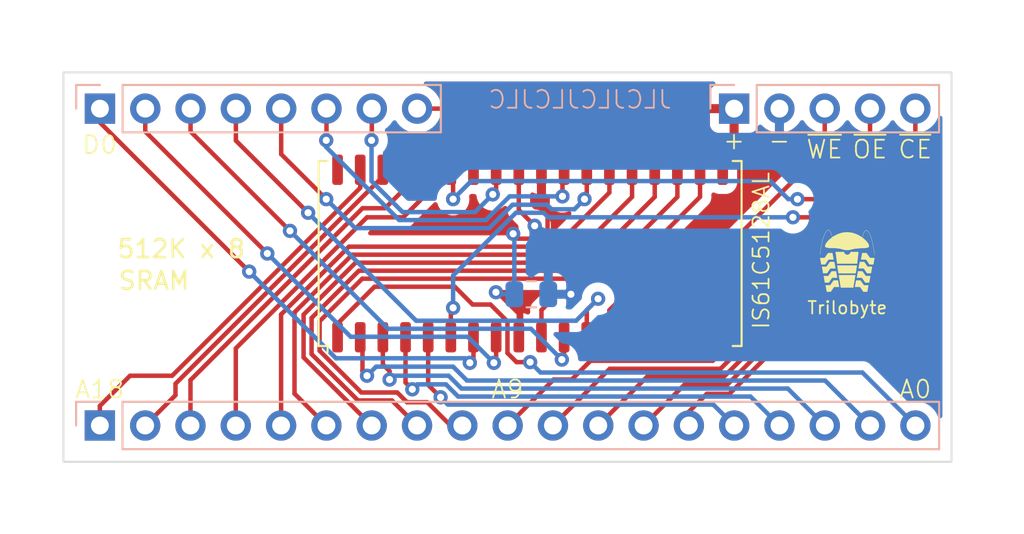
<source format=kicad_pcb>
(kicad_pcb (version 20211014) (generator pcbnew)
  (layers (0 "F.Cu" signal) (31 "B.Cu" signal) (34 "B.Paste" user) (35 "F.Paste" user) (36 "B.SilkS" user "B.Silkscreen") (37 "F.SilkS" user "F.Silkscreen") (38 "B.Mask" user) (39 "F.Mask" user) (44 "Edge.Cuts" user))
  (net 0 "")
  (net 1 "/A18")
  (net 2 "/A17")
  (net 3 "/A16")
  (net 4 "/A15")
  (net 5 "/A14")
  (net 6 "/A13")
  (net 7 "/A12")
  (net 8 "/A11")
  (net 9 "/A10")
  (net 10 "/A9")
  (net 11 "/A8")
  (net 12 "/A7")
  (net 13 "/A6")
  (net 14 "/A5")
  (net 15 "/A4")
  (net 16 "/A3")
  (net 17 "/A2")
  (net 18 "/A1")
  (net 20 "/A0")
  (net 21 "VCC")
  (net 22 "GND")
  (net 23 "/~{WE}")
  (net 24 "/~{OE}")
  (net 25 "/~{CE}")
  (net 26 "/D0")
  (net 27 "/D1")
  (net 28 "/D2")
  (net 29 "/D3")
  (net 30 "/D4")
  (net 31 "/D5")
  (net 32 "/D6")
  (net 33 "/D7")
  (footprint "Package_SO:SOJ-36_10.16x23.49mm_P1.27mm" (layer "F.Cu") (at 143.002 114.808 90)
    (fp_text reference "U1" hide)
    (fp_text value "IS61C5128AL-10KLI" hide)
    (pad "1" smd roundrect locked (at -4.7 -10.795 90) (size 1.7 0.6) (layers "F.Cu" "F.Paste" "F.Mask") (net 20 "/A0"))
    (pad "2" smd roundrect locked (at -4.7 -9.525 90) (size 1.7 0.6) (layers "F.Cu" "F.Paste" "F.Mask") (net 18 "/A1"))
    (pad "3" smd roundrect locked (at -4.7 -8.255 90) (size 1.7 0.6) (layers "F.Cu" "F.Paste" "F.Mask") (net 17 "/A2"))
    (pad "4" smd roundrect locked (at -4.7 -6.985 90) (size 1.7 0.6) (layers "F.Cu" "F.Paste" "F.Mask") (net 16 "/A3"))
    (pad "5" smd roundrect locked (at -4.7 -5.715 90) (size 1.7 0.6) (layers "F.Cu" "F.Paste" "F.Mask") (net 15 "/A4"))
    (pad "6" smd roundrect locked (at -4.7 -4.445 90) (size 1.7 0.6) (layers "F.Cu" "F.Paste" "F.Mask") (net 25 "/~{CE}"))
    (pad "7" smd roundrect locked (at -4.7 -3.175 90) (size 1.7 0.6) (layers "F.Cu" "F.Paste" "F.Mask") (net 26 "/D0"))
    (pad "8" smd roundrect locked (at -4.7 -1.905 90) (size 1.7 0.6) (layers "F.Cu" "F.Paste" "F.Mask") (net 27 "/D1"))
    (pad "9" smd roundrect locked (at -4.7 -0.635 90) (size 1.7 0.6) (layers "F.Cu" "F.Paste" "F.Mask") (net 21 "VCC"))
    (pad "10" smd roundrect locked (at -4.7 0.635 90) (size 1.7 0.6) (layers "F.Cu" "F.Paste" "F.Mask") (net 22 "GND"))
    (pad "11" smd roundrect locked (at -4.7 1.905 90) (size 1.7 0.6) (layers "F.Cu" "F.Paste" "F.Mask") (net 28 "/D2"))
    (pad "12" smd roundrect locked (at -4.7 3.175 90) (size 1.7 0.6) (layers "F.Cu" "F.Paste" "F.Mask") (net 29 "/D3"))
    (pad "13" smd roundrect locked (at -4.7 4.445 90) (size 1.7 0.6) (layers "F.Cu" "F.Paste" "F.Mask") (net 23 "/~{WE}"))
    (pad "14" smd roundrect locked (at -4.7 5.715 90) (size 1.7 0.6) (layers "F.Cu" "F.Paste" "F.Mask") (net 14 "/A5"))
    (pad "15" smd roundrect locked (at -4.7 6.985 90) (size 1.7 0.6) (layers "F.Cu" "F.Paste" "F.Mask") (net 13 "/A6"))
    (pad "16" smd roundrect locked (at -4.7 8.255 90) (size 1.7 0.6) (layers "F.Cu" "F.Paste" "F.Mask") (net 12 "/A7"))
    (pad "17" smd roundrect locked (at -4.7 9.525 90) (size 1.7 0.6) (layers "F.Cu" "F.Paste" "F.Mask") (net 11 "/A8"))
    (pad "18" smd roundrect locked (at -4.7 10.795 90) (size 1.7 0.6) (layers "F.Cu" "F.Paste" "F.Mask") (net 10 "/A9"))
    (pad "19" smd roundrect locked (at 4.7 10.795 90) (size 1.7 0.6) (layers "F.Cu" "F.Paste" "F.Mask"))
    (pad "20" smd roundrect locked (at 4.7 9.525 90) (size 1.7 0.6) (layers "F.Cu" "F.Paste" "F.Mask") (net 9 "/A10"))
    (pad "21" smd roundrect locked (at 4.7 8.255 90) (size 1.7 0.6) (layers "F.Cu" "F.Paste" "F.Mask") (net 8 "/A11"))
    (pad "22" smd roundrect locked (at 4.7 6.985 90) (size 1.7 0.6) (layers "F.Cu" "F.Paste" "F.Mask") (net 7 "/A12"))
    (pad "23" smd roundrect locked (at 4.7 5.715 90) (size 1.7 0.6) (layers "F.Cu" "F.Paste" "F.Mask") (net 6 "/A13"))
    (pad "24" smd roundrect locked (at 4.7 4.445 90) (size 1.7 0.6) (layers "F.Cu" "F.Paste" "F.Mask") (net 5 "/A14"))
    (pad "25" smd roundrect locked (at 4.7 3.175 90) (size 1.7 0.6) (layers "F.Cu" "F.Paste" "F.Mask") (net 30 "/D4"))
    (pad "26" smd roundrect locked (at 4.7 1.905 90) (size 1.7 0.6) (layers "F.Cu" "F.Paste" "F.Mask") (net 31 "/D5"))
    (pad "27" smd roundrect locked (at 4.7 0.635 90) (size 1.7 0.6) (layers "F.Cu" "F.Paste" "F.Mask") (net 21 "VCC"))
    (pad "28" smd roundrect locked (at 4.7 -0.635 90) (size 1.7 0.6) (layers "F.Cu" "F.Paste" "F.Mask") (net 22 "GND"))
    (pad "29" smd roundrect locked (at 4.7 -1.905 90) (size 1.7 0.6) (layers "F.Cu" "F.Paste" "F.Mask") (net 32 "/D6"))
    (pad "30" smd roundrect locked (at 4.7 -3.175 90) (size 1.7 0.6) (layers "F.Cu" "F.Paste" "F.Mask") (net 33 "/D7"))
    (pad "31" smd roundrect locked (at 4.7 -4.445 90) (size 1.7 0.6) (layers "F.Cu" "F.Paste" "F.Mask") (net 24 "/~{OE}"))
    (pad "32" smd roundrect locked (at 4.7 -5.715 90) (size 1.7 0.6) (layers "F.Cu" "F.Paste" "F.Mask") (net 4 "/A15"))
    (pad "33" smd roundrect locked (at 4.7 -6.985 90) (size 1.7 0.6) (layers "F.Cu" "F.Paste" "F.Mask") (net 3 "/A16"))
    (pad "34" smd roundrect locked (at 4.7 -8.255 90) (size 1.7 0.6) (layers "F.Cu" "F.Paste" "F.Mask") (net 2 "/A17"))
    (pad "35" smd roundrect locked (at 4.7 -9.525 90) (size 1.7 0.6) (layers "F.Cu" "F.Paste" "F.Mask") (net 1 "/A18"))
    (pad "36" smd roundrect locked (at 4.7 -10.795 90) (size 1.7 0.6) (layers "F.Cu" "F.Paste" "F.Mask"))
  )
  (footprint "Stephenv6:trilobyte-logo-tiny" (layer "F.Cu") (at 160.772 109.350558)
    (fp_text reference "REF**" hide)
    (fp_text value "trilobyte-logo-tiny" hide)
  )
  (footprint "Connector_PinHeader_2.54mm:PinHeader_1x08_P2.54mm_Vertical" (layer "B.Cu") (at 118.887 106.68 -90)
    (fp_text reference "J3" hide)
    (fp_text value "Conn_01x08" hide)
    (pad "1" thru_hole rect locked (at 0 0 270) (size 1.7 1.7) (drill 1) (layers *.Cu *.Mask) (net 26 "/D0"))
    (pad "2" thru_hole oval locked (at 0 -2.54 270) (size 1.7 1.7) (drill 1) (layers *.Cu *.Mask) (net 27 "/D1"))
    (pad "3" thru_hole oval locked (at 0 -5.08 270) (size 1.7 1.7) (drill 1) (layers *.Cu *.Mask) (net 28 "/D2"))
    (pad "4" thru_hole oval locked (at 0 -7.62 270) (size 1.7 1.7) (drill 1) (layers *.Cu *.Mask) (net 29 "/D3"))
    (pad "5" thru_hole oval locked (at 0 -10.16 270) (size 1.7 1.7) (drill 1) (layers *.Cu *.Mask) (net 30 "/D4"))
    (pad "6" thru_hole oval locked (at 0 -12.7 270) (size 1.7 1.7) (drill 1) (layers *.Cu *.Mask) (net 31 "/D5"))
    (pad "7" thru_hole oval locked (at 0 -15.24 270) (size 1.7 1.7) (drill 1) (layers *.Cu *.Mask) (net 32 "/D6"))
    (pad "8" thru_hole oval locked (at 0 -17.78 270) (size 1.7 1.7) (drill 1) (layers *.Cu *.Mask) (net 33 "/D7"))
  )
  (footprint "Connector_PinHeader_2.54mm:PinHeader_1x19_P2.54mm_Vertical" (layer "B.Cu") (at 118.882 124.46 -90)
    (fp_text reference "J1" hide)
    (fp_text value "Conn_01x19" hide)
    (pad "1" thru_hole rect locked (at 0 0 270) (size 1.7 1.7) (drill 1) (layers *.Cu *.Mask) (net 1 "/A18"))
    (pad "2" thru_hole oval locked (at 0 -2.54 270) (size 1.7 1.7) (drill 1) (layers *.Cu *.Mask) (net 2 "/A17"))
    (pad "3" thru_hole oval locked (at 0 -5.08 270) (size 1.7 1.7) (drill 1) (layers *.Cu *.Mask) (net 3 "/A16"))
    (pad "4" thru_hole oval locked (at 0 -7.62 270) (size 1.7 1.7) (drill 1) (layers *.Cu *.Mask) (net 4 "/A15"))
    (pad "5" thru_hole oval locked (at 0 -10.16 270) (size 1.7 1.7) (drill 1) (layers *.Cu *.Mask) (net 5 "/A14"))
    (pad "6" thru_hole oval locked (at 0 -12.7 270) (size 1.7 1.7) (drill 1) (layers *.Cu *.Mask) (net 6 "/A13"))
    (pad "7" thru_hole oval locked (at 0 -15.24 270) (size 1.7 1.7) (drill 1) (layers *.Cu *.Mask) (net 7 "/A12"))
    (pad "8" thru_hole oval locked (at 0 -17.78 270) (size 1.7 1.7) (drill 1) (layers *.Cu *.Mask) (net 8 "/A11"))
    (pad "9" thru_hole oval locked (at 0 -20.32 270) (size 1.7 1.7) (drill 1) (layers *.Cu *.Mask) (net 9 "/A10"))
    (pad "10" thru_hole oval locked (at 0 -22.86 270) (size 1.7 1.7) (drill 1) (layers *.Cu *.Mask) (net 10 "/A9"))
    (pad "11" thru_hole oval locked (at 0 -25.4 270) (size 1.7 1.7) (drill 1) (layers *.Cu *.Mask) (net 11 "/A8"))
    (pad "12" thru_hole oval locked (at 0 -27.94 270) (size 1.7 1.7) (drill 1) (layers *.Cu *.Mask) (net 12 "/A7"))
    (pad "13" thru_hole oval locked (at 0 -30.48 270) (size 1.7 1.7) (drill 1) (layers *.Cu *.Mask) (net 13 "/A6"))
    (pad "14" thru_hole oval locked (at 0 -33.02 270) (size 1.7 1.7) (drill 1) (layers *.Cu *.Mask) (net 14 "/A5"))
    (pad "15" thru_hole oval locked (at 0 -35.56 270) (size 1.7 1.7) (drill 1) (layers *.Cu *.Mask) (net 15 "/A4"))
    (pad "16" thru_hole oval locked (at 0 -38.1 270) (size 1.7 1.7) (drill 1) (layers *.Cu *.Mask) (net 16 "/A3"))
    (pad "17" thru_hole oval locked (at 0 -40.64 270) (size 1.7 1.7) (drill 1) (layers *.Cu *.Mask) (net 17 "/A2"))
    (pad "18" thru_hole oval locked (at 0 -43.18 270) (size 1.7 1.7) (drill 1) (layers *.Cu *.Mask) (net 18 "/A1"))
    (pad "19" thru_hole oval locked (at 0 -45.72 270) (size 1.7 1.7) (drill 1) (layers *.Cu *.Mask) (net 20 "/A0"))
  )
  (footprint "Capacitor_SMD:C_0805_2012Metric" (layer "B.Cu") (at 143.068 117.094)
    (fp_text reference "C1" hide)
    (fp_text value "C" hide)
    (pad "1" smd roundrect locked (at -0.95 0) (size 1 1.45) (layers "B.Cu" "B.Paste" "B.Mask") (net 21 "VCC"))
    (pad "2" smd roundrect locked (at 0.95 0) (size 1 1.45) (layers "B.Cu" "B.Paste" "B.Mask") (net 22 "GND"))
  )
  (footprint "Connector_PinHeader_2.54mm:PinHeader_1x05_P2.54mm_Vertical" (layer "B.Cu") (at 154.437 106.68 -90)
    (fp_text reference "J2" hide)
    (fp_text value "Conn_01x05" hide)
    (pad "1" thru_hole rect locked (at 0 0 270) (size 1.7 1.7) (drill 1) (layers *.Cu *.Mask) (net 21 "VCC"))
    (pad "2" thru_hole oval locked (at 0 -2.54 270) (size 1.7 1.7) (drill 1) (layers *.Cu *.Mask) (net 22 "GND"))
    (pad "3" thru_hole oval locked (at 0 -5.08 270) (size 1.7 1.7) (drill 1) (layers *.Cu *.Mask) (net 23 "/~{WE}"))
    (pad "4" thru_hole oval locked (at 0 -7.62 270) (size 1.7 1.7) (drill 1) (layers *.Cu *.Mask) (net 24 "/~{OE}"))
    (pad "5" thru_hole oval locked (at 0 -10.16 270) (size 1.7 1.7) (drill 1) (layers *.Cu *.Mask) (net 25 "/~{CE}"))
  )
  (gr_rect (start 116.84 104.648) (end 166.624 126.492) (layer "Edge.Cuts") (width 0.1) (fill none))
  (gr_text "JLCJLCJLCJLC" (at 145.796 106.172) (layer "B.SilkS") (effects (font (size 1 1) (thickness 0.1)) (justify mirror)))
  (gr_text "512K x 8" (at 123.444 114.554) (layer "F.SilkS") (effects (font (size 1 1))))
  (gr_text "Trilobyte" (at 160.782 117.856) (layer "F.SilkS") (effects (font (size 0.7 0.7) (thickness 0.1))))
  (gr_text "A9" (at 141.732 122.428) (layer "F.SilkS") (effects (font (size 1 1) (thickness 0.1))))
  (gr_text "D0" (at 118.872 108.712) (layer "F.SilkS") (effects (font (size 1 1) (thickness 0.1))))
  (gr_text "A0" (at 164.592 122.428) (layer "F.SilkS") (effects (font (size 1 1) (thickness 0.1))))
  (gr_text "-" (at 156.972 108.458) (layer "F.SilkS") (effects (font (size 1 1) (thickness 0.1))))
  (gr_text "~{OE}" (at 162.052 108.966) (layer "F.SilkS") (effects (font (size 1 1) (thickness 0.1))))
  (gr_text "SRAM" (at 121.92 116.332) (layer "F.SilkS") (effects (font (size 1 1))))
  (gr_text "~{WE}" (at 159.512 108.966) (layer "F.SilkS") (effects (font (size 1 1) (thickness 0.1))))
  (gr_text "~{CE}" (at 164.592 108.966) (layer "F.SilkS") (effects (font (size 1 1) (thickness 0.1))))
  (gr_text "IS61C5128AL" (at 155.956 119.126 90) (layer "F.SilkS") (effects (font (size 0.9 0.9) (thickness 0.1)) (justify left)))
  (gr_text "+" (at 154.432 108.458) (layer "F.SilkS") (effects (font (size 1 1) (thickness 0.1))))
  (gr_text "A18" (at 118.872 122.428) (layer "F.SilkS") (effects (font (size 1 1) (thickness 0.1))))
  (segment (start 122.936 121.666) (end 133.477 111.125) (width 0.25) (layer "F.Cu") (net 1))
  (segment (start 118.882 124.46) (end 118.882 123.36) (width 0.25) (layer "F.Cu") (net 1))
  (segment (start 118.882 123.36) (end 120.576 121.666) (width 0.25) (layer "F.Cu") (net 1))
  (segment (start 120.576 121.666) (end 122.936 121.666) (width 0.25) (layer "F.Cu") (net 1))
  (segment (start 133.477 111.125) (end 133.477 110.108) (width 0.25) (layer "F.Cu") (net 1))
  (segment (start 123.122193 122.759807) (end 121.422 124.46) (width 0.25) (layer "F.Cu") (net 2))
  (segment (start 123.122193 122.115511) (end 123.122193 122.759807) (width 0.25) (layer "F.Cu") (net 2))
  (segment (start 134.747 110.490704) (end 123.122193 122.115511) (width 0.25) (layer "F.Cu") (net 2))
  (segment (start 134.747 110.108) (end 134.747 110.490704) (width 0.25) (layer "F.Cu") (net 2))
  (segment (start 134.874 112.268) (end 136.017 111.125) (width 0.25) (layer "F.Cu") (net 3))
  (segment (start 133.605408 112.268) (end 134.874 112.268) (width 0.25) (layer "F.Cu") (net 3))
  (segment (start 136.017 111.125) (end 136.017 110.108) (width 0.25) (layer "F.Cu") (net 3))
  (segment (start 123.962 124.46) (end 123.962 121.911408) (width 0.25) (layer "F.Cu") (net 3))
  (segment (start 123.962 121.911408) (end 133.605408 112.268) (width 0.25) (layer "F.Cu") (net 3))
  (segment (start 137.287 110.108) (end 137.287 111.379) (width 0.25) (layer "F.Cu") (net 4))
  (segment (start 137.287 111.379) (end 135.89 112.776) (width 0.25) (layer "F.Cu") (net 4))
  (segment (start 126.502 120.132) (end 126.502 124.46) (width 0.25) (layer "F.Cu") (net 4))
  (segment (start 135.89 112.776) (end 133.858 112.776) (width 0.25) (layer "F.Cu") (net 4))
  (segment (start 133.858 112.776) (end 126.502 120.132) (width 0.25) (layer "F.Cu") (net 4))
  (segment (start 132.844707 114.424997) (end 144.409603 114.424997) (width 0.25) (layer "F.Cu") (net 5))
  (segment (start 144.409603 114.424997) (end 147.447 111.3876) (width 0.25) (layer "F.Cu") (net 5))
  (segment (start 147.447 111.3876) (end 147.447 110.108) (width 0.25) (layer "F.Cu") (net 5))
  (segment (start 129.042 118.227704) (end 132.844707 114.424997) (width 0.25) (layer "F.Cu") (net 5))
  (segment (start 129.042 124.46) (end 129.042 118.227704) (width 0.25) (layer "F.Cu") (net 5))
  (segment (start 129.794 118.111408) (end 129.794 122.672) (width 0.25) (layer "F.Cu") (net 6))
  (segment (start 129.794 122.672) (end 131.582 124.46) (width 0.25) (layer "F.Cu") (net 6))
  (segment (start 148.717 110.108) (end 148.717 111.633) (width 0.25) (layer "F.Cu") (net 6))
  (segment (start 148.717 111.633) (end 145.475495 114.874505) (width 0.25) (layer "F.Cu") (net 6))
  (segment (start 133.0309 114.874508) (end 129.794 118.111408) (width 0.25) (layer "F.Cu") (net 6))
  (segment (start 145.475495 114.874505) (end 144.595799 114.874505) (width 0.25) (layer "F.Cu") (net 6))
  (segment (start 144.595799 114.874505) (end 144.595796 114.874508) (width 0.25) (layer "F.Cu") (net 6))
  (segment (start 144.595796 114.874508) (end 133.0309 114.874508) (width 0.25) (layer "F.Cu") (net 6))
  (segment (start 133.217093 115.324019) (end 146.295981 115.324019) (width 0.25) (layer "F.Cu") (net 7))
  (segment (start 134.122 124.46) (end 130.302001 120.640001) (width 0.25) (layer "F.Cu") (net 7))
  (segment (start 130.302001 120.640001) (end 130.302001 118.239111) (width 0.25) (layer "F.Cu") (net 7))
  (segment (start 130.302001 118.239111) (end 133.217093 115.324019) (width 0.25) (layer "F.Cu") (net 7))
  (segment (start 146.295981 115.324019) (end 149.987 111.633) (width 0.25) (layer "F.Cu") (net 7))
  (segment (start 149.987 111.633) (end 149.987 110.108) (width 0.25) (layer "F.Cu") (net 7))
  (segment (start 135.258511 123.056511) (end 136.662 124.46) (width 0.25) (layer "F.Cu") (net 8))
  (segment (start 130.751512 120.453808) (end 133.354216 123.056512) (width 0.25) (layer "F.Cu") (net 8))
  (segment (start 147.116473 115.773527) (end 133.403289 115.773527) (width 0.25) (layer "F.Cu") (net 8))
  (segment (start 151.257 111.633) (end 147.116473 115.773527) (width 0.25) (layer "F.Cu") (net 8))
  (segment (start 130.751511 118.425305) (end 130.751512 120.453808) (width 0.25) (layer "F.Cu") (net 8))
  (segment (start 151.257 110.108) (end 151.257 111.633) (width 0.25) (layer "F.Cu") (net 8))
  (segment (start 133.354216 123.056512) (end 135.258511 123.056511) (width 0.25) (layer "F.Cu") (net 8))
  (segment (start 133.403289 115.773527) (end 130.751511 118.425305) (width 0.25) (layer "F.Cu") (net 8))
  (segment (start 152.527 111.633) (end 152.527 110.108) (width 0.25) (layer "F.Cu") (net 9))
  (segment (start 139.202 124.46) (end 138.542341 124.46) (width 0.25) (layer "F.Cu") (net 9))
  (segment (start 133.589479 116.223041) (end 147.936959 116.223041) (width 0.25) (layer "F.Cu") (net 9))
  (segment (start 131.201022 118.611498) (end 133.589479 116.223041) (width 0.25) (layer "F.Cu") (net 9))
  (segment (start 136.097901 123.152501) (end 135.552376 122.606976) (width 0.25) (layer "F.Cu") (net 9))
  (segment (start 135.422045 122.606976) (end 135.42202 122.607001) (width 0.25) (layer "F.Cu") (net 9))
  (segment (start 135.552376 122.606976) (end 135.422045 122.606976) (width 0.25) (layer "F.Cu") (net 9))
  (segment (start 137.234842 123.152501) (end 136.097901 123.152501) (width 0.25) (layer "F.Cu") (net 9))
  (segment (start 138.542341 124.46) (end 137.234842 123.152501) (width 0.25) (layer "F.Cu") (net 9))
  (segment (start 147.936959 116.223041) (end 152.527 111.633) (width 0.25) (layer "F.Cu") (net 9))
  (segment (start 133.540409 122.607001) (end 131.201022 120.267614) (width 0.25) (layer "F.Cu") (net 9))
  (segment (start 131.201022 120.267614) (end 131.201022 118.611498) (width 0.25) (layer "F.Cu") (net 9))
  (segment (start 135.42202 122.607001) (end 133.540409 122.607001) (width 0.25) (layer "F.Cu") (net 9))
  (segment (start 153.797 119.508) (end 153.797 120.269) (width 0.25) (layer "F.Cu") (net 10))
  (segment (start 146.391133 120.825467) (end 145.334099 121.882501) (width 0.25) (layer "F.Cu") (net 10))
  (segment (start 145.334099 121.882501) (end 144.319499 121.882501) (width 0.25) (layer "F.Cu") (net 10))
  (segment (start 153.797 120.269) (end 153.240533 120.825467) (width 0.25) (layer "F.Cu") (net 10))
  (segment (start 153.240533 120.825467) (end 146.391133 120.825467) (width 0.25) (layer "F.Cu") (net 10))
  (segment (start 144.319499 121.882501) (end 141.742 124.46) (width 0.25) (layer "F.Cu") (net 10))
  (segment (start 154.94 120.012888) (end 153.67791 121.274978) (width 0.25) (layer "F.Cu") (net 11))
  (segment (start 152.527 118.745) (end 152.93852 118.33348) (width 0.25) (layer "F.Cu") (net 11))
  (segment (start 153.67791 121.274978) (end 147.467022 121.274978) (width 0.25) (layer "F.Cu") (net 11))
  (segment (start 154.94 118.618) (end 154.94 120.012888) (width 0.25) (layer "F.Cu") (net 11))
  (segment (start 152.93852 118.33348) (end 154.65548 118.33348) (width 0.25) (layer "F.Cu") (net 11))
  (segment (start 152.527 119.508) (end 152.527 118.745) (width 0.25) (layer "F.Cu") (net 11))
  (segment (start 154.65548 118.33348) (end 154.94 118.618) (width 0.25) (layer "F.Cu") (net 11))
  (segment (start 147.467022 121.274978) (end 144.282 124.46) (width 0.25) (layer "F.Cu") (net 11))
  (segment (start 151.257 119.508) (end 151.257 118.745) (width 0.25) (layer "F.Cu") (net 12))
  (segment (start 151.257 118.745) (end 152.118031 117.883969) (width 0.25) (layer "F.Cu") (net 12))
  (segment (start 155.506489 120.082103) (end 153.864103 121.724489) (width 0.25) (layer "F.Cu") (net 12))
  (segment (start 149.557511 121.724489) (end 146.822 124.46) (width 0.25) (layer "F.Cu") (net 12))
  (segment (start 154.966561 117.883969) (end 155.506489 118.423897) (width 0.25) (layer "F.Cu") (net 12))
  (segment (start 153.864103 121.724489) (end 149.557511 121.724489) (width 0.25) (layer "F.Cu") (net 12))
  (segment (start 152.118031 117.883969) (end 154.966561 117.883969) (width 0.25) (layer "F.Cu") (net 12))
  (segment (start 155.506489 118.423897) (end 155.506489 120.082103) (width 0.25) (layer "F.Cu") (net 12))
  (segment (start 151.648 122.174) (end 149.362 124.46) (width 0.25) (layer "F.Cu") (net 13))
  (segment (start 149.987 119.508) (end 149.987 118.491) (width 0.25) (layer "F.Cu") (net 13))
  (segment (start 155.956 118.237704) (end 155.956 120.268296) (width 0.25) (layer "F.Cu") (net 13))
  (segment (start 149.987 118.491) (end 151.043542 117.434458) (width 0.25) (layer "F.Cu") (net 13))
  (segment (start 151.043542 117.434458) (end 155.152754 117.434458) (width 0.25) (layer "F.Cu") (net 13))
  (segment (start 155.956 120.268296) (end 154.050296 122.174) (width 0.25) (layer "F.Cu") (net 13))
  (segment (start 154.050296 122.174) (end 151.648 122.174) (width 0.25) (layer "F.Cu") (net 13))
  (segment (start 155.152754 117.434458) (end 155.956 118.237704) (width 0.25) (layer "F.Cu") (net 13))
  (segment (start 155.338947 116.984947) (end 156.464 118.11) (width 0.25) (layer "F.Cu") (net 14))
  (segment (start 148.717 119.508) (end 148.717 118.491) (width 0.25) (layer "F.Cu") (net 14))
  (segment (start 150.223053 116.984947) (end 155.338947 116.984947) (width 0.25) (layer "F.Cu") (net 14))
  (segment (start 154.178 122.682) (end 152.908 122.682) (width 0.25) (layer "F.Cu") (net 14))
  (segment (start 156.464 118.11) (end 156.464 120.396) (width 0.25) (layer "F.Cu") (net 14))
  (segment (start 148.717 118.491) (end 150.223053 116.984947) (width 0.25) (layer "F.Cu") (net 14))
  (segment (start 151.902 123.688) (end 151.902 124.46) (width 0.25) (layer "F.Cu") (net 14))
  (segment (start 156.464 120.396) (end 154.178 122.682) (width 0.25) (layer "F.Cu") (net 14))
  (segment (start 152.908 122.682) (end 151.902 123.688) (width 0.25) (layer "F.Cu") (net 14))
  (segment (start 137.287 119.508) (end 137.287 122.18006) (width 0.25) (layer "F.Cu") (net 15))
  (segment (start 137.287 122.18006) (end 137.98247 122.87553) (width 0.25) (layer "F.Cu") (net 15))
  (via (at 137.98247 122.87553) (size 0.8) (drill 0.4) (layers "F.Cu" "B.Cu") (net 15))
  (segment (start 153.26749 123.28549) (end 138.392429 123.285489) (width 0.25) (layer "B.Cu") (net 15))
  (segment (start 138.392429 123.285489) (end 137.98247 122.87553) (width 0.25) (layer "B.Cu") (net 15))
  (segment (start 154.442 124.46) (end 153.26749 123.28549) (width 0.25) (layer "B.Cu") (net 15))
  (segment (start 136.017 122.047) (end 136.017 119.508) (width 0.25) (layer "F.Cu") (net 16))
  (segment (start 136.398 122.428) (end 136.017 122.047) (width 0.25) (layer "F.Cu") (net 16))
  (via (at 136.398 122.428) (size 0.8) (drill 0.4) (layers "F.Cu" "B.Cu") (net 16))
  (segment (start 155.357979 122.835979) (end 138.967518 122.835978) (width 0.25) (layer "B.Cu") (net 16))
  (segment (start 136.674971 122.151029) (end 136.398 122.428) (width 0.25) (layer "B.Cu") (net 16))
  (segment (start 138.282569 122.151029) (end 136.674971 122.151029) (width 0.25) (layer "B.Cu") (net 16))
  (segment (start 138.967518 122.835978) (end 138.282569 122.151029) (width 0.25) (layer "B.Cu") (net 16))
  (segment (start 156.982 124.46) (end 155.357979 122.835979) (width 0.25) (layer "B.Cu") (net 16))
  (segment (start 135.121921 121.405921) (end 135.121921 121.8825) (width 0.25) (layer "F.Cu") (net 17))
  (segment (start 134.747 119.508) (end 134.747 121.031) (width 0.25) (layer "F.Cu") (net 17))
  (segment (start 134.747 121.031) (end 135.121921 121.405921) (width 0.25) (layer "F.Cu") (net 17))
  (via (at 135.121921 121.8825) (size 0.8) (drill 0.4) (layers "F.Cu" "B.Cu") (net 17))
  (segment (start 135.338421 121.666) (end 135.121921 121.8825) (width 0.25) (layer "B.Cu") (net 17))
  (segment (start 139.153712 122.386468) (end 138.433244 121.666) (width 0.25) (layer "B.Cu") (net 17))
  (segment (start 157.448468 122.386468) (end 139.153712 122.386468) (width 0.25) (layer "B.Cu") (net 17))
  (segment (start 159.522 124.46) (end 157.448468 122.386468) (width 0.25) (layer "B.Cu") (net 17))
  (segment (start 138.433244 121.666) (end 135.338421 121.666) (width 0.25) (layer "B.Cu") (net 17))
  (segment (start 133.604 119.635) (end 133.477 119.508) (width 0.25) (layer "F.Cu") (net 18))
  (segment (start 133.858 121.666) (end 133.604 121.412) (width 0.25) (layer "F.Cu") (net 18))
  (segment (start 133.604 121.412) (end 133.604 119.635) (width 0.25) (layer "F.Cu") (net 18))
  (via (at 133.858 121.666) (size 0.8) (drill 0.4) (layers "F.Cu" "B.Cu") (net 18))
  (segment (start 162.062 124.46) (end 159.538957 121.936957) (width 0.25) (layer "B.Cu") (net 18))
  (segment (start 134.366 121.158) (end 133.858 121.666) (width 0.25) (layer "B.Cu") (net 18))
  (segment (start 159.538957 121.936957) (end 139.462957 121.936957) (width 0.25) (layer "B.Cu") (net 18))
  (segment (start 139.462957 121.936957) (end 138.684 121.158) (width 0.25) (layer "B.Cu") (net 18))
  (segment (start 138.684 121.158) (end 134.366 121.158) (width 0.25) (layer "B.Cu") (net 18))
  (segment (start 132.207 119.508) (end 132.207 118.745) (width 0.25) (layer "F.Cu") (net 20))
  (segment (start 141.732 118.621928) (end 141.732 120.394072) (width 0.25) (layer "F.Cu") (net 20))
  (segment (start 139.778642 117.672042) (end 140.782114 117.672042) (width 0.25) (layer "F.Cu") (net 20))
  (segment (start 138.779149 116.672549) (end 139.778642 117.672042) (width 0.25) (layer "F.Cu") (net 20))
  (segment (start 140.782114 117.672042) (end 141.732 118.621928) (width 0.25) (layer "F.Cu") (net 20))
  (segment (start 134.279451 116.672549) (end 138.779149 116.672549) (width 0.25) (layer "F.Cu") (net 20))
  (segment (start 141.732 120.394072) (end 142.241928 120.904) (width 0.25) (layer "F.Cu") (net 20))
  (segment (start 132.207 118.745) (end 134.279451 116.672549) (width 0.25) (layer "F.Cu") (net 20))
  (segment (start 142.241928 120.904) (end 143.002 120.904) (width 0.25) (layer "F.Cu") (net 20))
  (via (at 143.002 120.904) (size 0.8) (drill 0.4) (layers "F.Cu" "B.Cu") (net 20))
  (segment (start 161.629446 121.487446) (end 164.602 124.46) (width 0.25) (layer "B.Cu") (net 20))
  (segment (start 143.585446 121.487446) (end 161.629446 121.487446) (width 0.25) (layer "B.Cu") (net 20))
  (segment (start 143.002 120.904) (end 143.585446 121.487446) (width 0.25) (layer "B.Cu") (net 20))
  (segment (start 142.325717 113.975483) (end 143.589117 113.975483) (width 0.25) (layer "F.Cu") (net 21))
  (segment (start 142.050731 113.700497) (end 142.325717 113.975483) (width 0.25) (layer "F.Cu") (net 21))
  (segment (start 141.366911 116.982911) (end 141.085641 116.982911) (width 0.25) (layer "F.Cu") (net 21))
  (segment (start 142.367 119.508) (end 142.367 117.983) (width 0.25) (layer "F.Cu") (net 21))
  (segment (start 143.637 111.379) (end 143.637 110.108) (width 0.25) (layer "F.Cu") (net 21))
  (segment (start 143.980501 111.722501) (end 143.637 111.379) (width 0.25) (layer "F.Cu") (net 21))
  (segment (start 143.980501 113.584099) (end 143.980501 111.722501) (width 0.25) (layer "F.Cu") (net 21))
  (segment (start 143.589117 113.975483) (end 143.980501 113.584099) (width 0.25) (layer "F.Cu") (net 21))
  (segment (start 142.367 117.983) (end 141.366911 116.982911) (width 0.25) (layer "F.Cu") (net 21))
  (via (at 142.050731 113.700497) (size 0.8) (drill 0.4) (layers "F.Cu" "B.Cu") (net 21))
  (via (at 141.085641 116.982911) (size 0.8) (drill 0.4) (layers "F.Cu" "B.Cu") (net 21))
  (segment (start 142.118 117.094) (end 142.118 113.767766) (width 0.25) (layer "B.Cu") (net 21))
  (segment (start 141.19673 117.094) (end 141.085641 116.982911) (width 0.25) (layer "B.Cu") (net 21))
  (segment (start 142.118 113.767766) (end 142.050731 113.700497) (width 0.25) (layer "B.Cu") (net 21))
  (segment (start 142.118 117.094) (end 141.19673 117.094) (width 0.25) (layer "B.Cu") (net 21))
  (segment (start 143.637 119.508) (end 143.637 117.983) (width 0.25) (layer "F.Cu") (net 22))
  (segment (start 142.367 112.361983) (end 143.256 113.250983) (width 0.25) (layer "F.Cu") (net 22))
  (segment (start 142.367 110.108) (end 142.367 112.361983) (width 0.25) (layer "F.Cu") (net 22))
  (segment (start 143.637 117.983) (end 143.764 117.856) (width 0.25) (layer "F.Cu") (net 22))
  (segment (start 144.526 117.094) (end 145.288 117.094) (width 0.25) (layer "F.Cu") (net 22))
  (segment (start 143.764 117.856) (end 144.526 117.094) (width 0.25) (layer "F.Cu") (net 22))
  (via (at 145.288 117.094) (size 0.8) (drill 0.4) (layers "F.Cu" "B.Cu") (net 22))
  (via (at 143.256 113.250983) (size 0.8) (drill 0.4) (layers "F.Cu" "B.Cu") (net 22))
  (segment (start 145.288 117.094) (end 144.018 117.094) (width 0.25) (layer "B.Cu") (net 22))
  (segment (start 144.018 114.012983) (end 143.256 113.250983) (width 0.25) (layer "B.Cu") (net 22))
  (segment (start 144.018 117.094) (end 144.018 114.012983) (width 0.25) (layer "B.Cu") (net 22))
  (segment (start 147.447 117.983) (end 147.447 119.508) (width 0.25) (layer "F.Cu") (net 23))
  (segment (start 159.517 106.68) (end 159.517 108.961) (width 0.25) (layer "F.Cu") (net 23))
  (segment (start 159.517 108.961) (end 152.654 115.824) (width 0.25) (layer "F.Cu") (net 23))
  (segment (start 152.654 115.824) (end 149.606 115.824) (width 0.25) (layer "F.Cu") (net 23))
  (segment (start 149.606 115.824) (end 147.447 117.983) (width 0.25) (layer "F.Cu") (net 23))
  (segment (start 138.684 110.235) (end 138.557 110.108) (width 0.25) (layer "F.Cu") (net 24))
  (segment (start 157.988 111.76) (end 159.512 111.76) (width 0.25) (layer "F.Cu") (net 24))
  (segment (start 162.057 109.215) (end 162.057 106.68) (width 0.25) (layer "F.Cu") (net 24))
  (segment (start 159.512 111.76) (end 162.057 109.215) (width 0.25) (layer "F.Cu") (net 24))
  (segment (start 138.684 111.76) (end 138.684 110.235) (width 0.25) (layer "F.Cu") (net 24))
  (via (at 157.988 111.76) (size 0.8) (drill 0.4) (layers "F.Cu" "B.Cu") (net 24))
  (via (at 138.684 111.76) (size 0.8) (drill 0.4) (layers "F.Cu" "B.Cu") (net 24))
  (segment (start 157.48 111.76) (end 157.988 111.76) (width 0.25) (layer "B.Cu") (net 24))
  (segment (start 157.48 111.76) (end 156.464 110.744) (width 0.25) (layer "B.Cu") (net 24))
  (segment (start 156.464 110.744) (end 139.7 110.744) (width 0.25) (layer "B.Cu") (net 24))
  (segment (start 139.7 110.744) (end 138.684 111.76) (width 0.25) (layer "B.Cu") (net 24))
  (segment (start 164.597 106.68) (end 164.597 108.961) (width 0.25) (layer "F.Cu") (net 25))
  (segment (start 164.597 108.961) (end 160.782 112.776) (width 0.25) (layer "F.Cu") (net 25))
  (segment (start 138.557 117.983) (end 138.684 117.856) (width 0.25) (layer "F.Cu") (net 25))
  (segment (start 160.782 112.776) (end 157.734 112.776) (width 0.25) (layer "F.Cu") (net 25))
  (segment (start 138.557 119.508) (end 138.557 117.983) (width 0.25) (layer "F.Cu") (net 25))
  (via (at 157.734 112.776) (size 0.8) (drill 0.4) (layers "F.Cu" "B.Cu") (net 25))
  (via (at 138.684 117.856) (size 0.8) (drill 0.4) (layers "F.Cu" "B.Cu") (net 25))
  (segment (start 157.734 112.776) (end 144.017999 112.775999) (width 0.25) (layer "B.Cu") (net 25))
  (segment (start 143.764001 112.522001) (end 142.204627 112.522001) (width 0.25) (layer "B.Cu") (net 25))
  (segment (start 138.684 116.042628) (end 138.684 117.856) (width 0.25) (layer "B.Cu") (net 25))
  (segment (start 142.204627 112.522001) (end 138.684 116.042628) (width 0.25) (layer "B.Cu") (net 25))
  (segment (start 144.017999 112.775999) (end 143.764001 112.522001) (width 0.25) (layer "B.Cu") (net 25))
  (segment (start 139.827 119.508) (end 139.827 120.736684) (width 0.25) (layer "F.Cu") (net 26))
  (segment (start 118.887 106.68) (end 118.887 107.457) (width 0.25) (layer "F.Cu") (net 26))
  (segment (start 139.827 120.736684) (end 139.622184 120.9415) (width 0.25) (layer "F.Cu") (net 26))
  (segment (start 118.887 107.457) (end 127.254 115.824) (width 0.25) (layer "F.Cu") (net 26))
  (via (at 127.254 115.824) (size 0.8) (drill 0.4) (layers "F.Cu" "B.Cu") (net 26))
  (via (at 139.622184 120.9415) (size 0.8) (drill 0.4) (layers "F.Cu" "B.Cu") (net 26))
  (segment (start 132.117499 120.687499) (end 139.368183 120.687499) (width 0.25) (layer "B.Cu") (net 26))
  (segment (start 139.368183 120.687499) (end 139.622184 120.9415) (width 0.25) (layer "B.Cu") (net 26))
  (segment (start 127.254 115.824) (end 132.117499 120.687499) (width 0.25) (layer "B.Cu") (net 26))
  (segment (start 141.097 120.8145) (end 140.97 120.9415) (width 0.25) (layer "F.Cu") (net 27))
  (segment (start 121.427 106.68) (end 121.427 107.965) (width 0.25) (layer "F.Cu") (net 27))
  (segment (start 141.097 119.508) (end 141.097 120.8145) (width 0.25) (layer "F.Cu") (net 27))
  (segment (start 121.427 107.965) (end 128.27 114.808) (width 0.25) (layer "F.Cu") (net 27))
  (via (at 128.27 114.808) (size 0.8) (drill 0.4) (layers "F.Cu" "B.Cu") (net 27))
  (via (at 140.97 120.9415) (size 0.8) (drill 0.4) (layers "F.Cu" "B.Cu") (net 27))
  (segment (start 132.941521 119.479521) (end 139.508021 119.479521) (width 0.25) (layer "B.Cu") (net 27))
  (segment (start 139.508021 119.479521) (end 140.97 120.9415) (width 0.25) (layer "B.Cu") (net 27))
  (segment (start 128.27 114.808) (end 132.941521 119.479521) (width 0.25) (layer "B.Cu") (net 27))
  (segment (start 144.907 120.635886) (end 144.78 120.762886) (width 0.25) (layer "F.Cu") (net 28))
  (segment (start 123.967 107.965) (end 129.54 113.538) (width 0.25) (layer "F.Cu") (net 28))
  (segment (start 123.967 106.68) (end 123.967 107.965) (width 0.25) (layer "F.Cu") (net 28))
  (segment (start 144.907 119.508) (end 144.907 120.635886) (width 0.25) (layer "F.Cu") (net 28))
  (via (at 129.54 113.538) (size 0.8) (drill 0.4) (layers "F.Cu" "B.Cu") (net 28))
  (via (at 144.78 120.762886) (size 0.8) (drill 0.4) (layers "F.Cu" "B.Cu") (net 28))
  (segment (start 135.032011 119.030011) (end 143.047125 119.030011) (width 0.25) (layer "B.Cu") (net 28))
  (segment (start 143.047125 119.030011) (end 144.78 120.762886) (width 0.25) (layer "B.Cu") (net 28))
  (segment (start 129.54 113.538) (end 135.032011 119.030011) (width 0.25) (layer "B.Cu") (net 28))
  (segment (start 126.507 108.473) (end 130.302 112.268) (width 0.25) (layer "F.Cu") (net 29))
  (segment (start 126.507 106.68) (end 126.507 108.473) (width 0.25) (layer "F.Cu") (net 29))
  (segment (start 146.177 119.508) (end 146.177 117.983) (width 0.25) (layer "F.Cu") (net 29))
  (segment (start 146.177 117.983) (end 146.812 117.348) (width 0.25) (layer "F.Cu") (net 29))
  (segment (start 130.302 112.268) (end 130.556 112.522) (width 0.25) (layer "F.Cu") (net 29))
  (via (at 146.812 117.348) (size 0.8) (drill 0.4) (layers "F.Cu" "B.Cu") (net 29))
  (via (at 130.556 112.522) (size 0.8) (drill 0.4) (layers "F.Cu" "B.Cu") (net 29))
  (segment (start 145.579499 118.580501) (end 146.812 117.348) (width 0.25) (layer "B.Cu") (net 29))
  (segment (start 130.556 112.522) (end 136.614501 118.580501) (width 0.25) (layer "B.Cu") (net 29))
  (segment (start 136.614501 118.580501) (end 145.579499 118.580501) (width 0.25) (layer "B.Cu") (net 29))
  (segment (start 129.047 109.235) (end 130.81 110.998) (width 0.25) (layer "F.Cu") (net 30))
  (segment (start 130.81 110.998) (end 131.572 111.76) (width 0.25) (layer "F.Cu") (net 30))
  (segment (start 146.177 110.108) (end 146.177 111.633) (width 0.25) (layer "F.Cu") (net 30))
  (segment (start 129.047 106.68) (end 129.047 109.235) (width 0.25) (layer "F.Cu") (net 30))
  (segment (start 146.177 111.633) (end 146.05 111.76) (width 0.25) (layer "F.Cu") (net 30))
  (via (at 146.05 111.76) (size 0.8) (drill 0.4) (layers "F.Cu" "B.Cu") (net 30))
  (via (at 131.572 111.76) (size 0.8) (drill 0.4) (layers "F.Cu" "B.Cu") (net 30))
  (segment (start 133.195521 113.383521) (end 140.707403 113.383521) (width 0.25) (layer "B.Cu") (net 30))
  (segment (start 131.572 111.76) (end 133.195521 113.383521) (width 0.25) (layer "B.Cu") (net 30))
  (segment (start 142.018434 112.07249) (end 143.950195 112.072491) (width 0.25) (layer "B.Cu") (net 30))
  (segment (start 144.204192 112.326488) (end 145.483511 112.326489) (width 0.25) (layer "B.Cu") (net 30))
  (segment (start 143.950195 112.072491) (end 144.204192 112.326488) (width 0.25) (layer "B.Cu") (net 30))
  (segment (start 140.707403 113.383521) (end 142.018434 112.07249) (width 0.25) (layer "B.Cu") (net 30))
  (segment (start 145.483511 112.326489) (end 146.05 111.76) (width 0.25) (layer "B.Cu") (net 30))
  (segment (start 144.907 110.108) (end 144.815125 110.199875) (width 0.25) (layer "F.Cu") (net 31))
  (segment (start 144.815125 110.199875) (end 144.815125 111.601988) (width 0.25) (layer "F.Cu") (net 31))
  (segment (start 131.587 108.443) (end 131.572 108.458) (width 0.25) (layer "F.Cu") (net 31))
  (segment (start 131.587 106.68) (end 131.587 108.443) (width 0.25) (layer "F.Cu") (net 31))
  (via (at 144.815125 111.601988) (size 0.8) (drill 0.4) (layers "F.Cu" "B.Cu") (net 31))
  (via (at 131.572 108.458) (size 0.8) (drill 0.4) (layers "F.Cu" "B.Cu") (net 31))
  (segment (start 131.572 108.458) (end 131.572 108.839704) (width 0.25) (layer "B.Cu") (net 31))
  (segment (start 131.572 108.839704) (end 135.666308 112.934012) (width 0.25) (layer "B.Cu") (net 31))
  (segment (start 140.521209 112.934011) (end 141.853232 111.601988) (width 0.25) (layer "B.Cu") (net 31))
  (segment (start 141.853232 111.601988) (end 144.815125 111.601988) (width 0.25) (layer "B.Cu") (net 31))
  (segment (start 135.666308 112.934012) (end 140.521209 112.934011) (width 0.25) (layer "B.Cu") (net 31))
  (segment (start 134.127 106.68) (end 134.127 108.443) (width 0.25) (layer "F.Cu") (net 32))
  (segment (start 141.097 111.303084) (end 140.907534 111.49255) (width 0.25) (layer "F.Cu") (net 32))
  (segment (start 134.127 108.443) (end 134.112 108.458) (width 0.25) (layer "F.Cu") (net 32))
  (segment (start 141.097 110.108) (end 141.097 111.303084) (width 0.25) (layer "F.Cu") (net 32))
  (via (at 134.112 108.458) (size 0.8) (drill 0.4) (layers "F.Cu" "B.Cu") (net 32))
  (via (at 140.907534 111.49255) (size 0.8) (drill 0.4) (layers "F.Cu" "B.Cu") (net 32))
  (segment (start 134.112 108.458) (end 134.112 110.744) (width 0.25) (layer "B.Cu") (net 32))
  (segment (start 139.915583 112.484501) (end 140.907534 111.49255) (width 0.25) (layer "B.Cu") (net 32))
  (segment (start 135.852501 112.484501) (end 139.915583 112.484501) (width 0.25) (layer "B.Cu") (net 32))
  (segment (start 134.112 110.744) (end 135.852501 112.484501) (width 0.25) (layer "B.Cu") (net 32))
  (segment (start 138.684 106.68) (end 139.827 107.823) (width 0.25) (layer "F.Cu") (net 33))
  (segment (start 139.827 107.823) (end 139.827 110.108) (width 0.25) (layer "F.Cu") (net 33))
  (segment (start 136.667 106.68) (end 138.684 106.68) (width 0.25) (layer "F.Cu") (net 33))
  (zone (net 21) (net_name "VCC") (layer "F.Cu") (connect_pads (clearance 0.508)) (min_thickness 0.254) (fill yes (thermal_gap 0.508) (thermal_bridge_width 0.508))
    (polygon (pts (xy 167.894 128.016) (xy 115.062 127.508) (xy 116.078 103.378) (xy 168.402 101.854)))
  )
  (zone (net 22) (net_name "GND") (layer "B.Cu") (connect_pads (clearance 0.508)) (min_thickness 0.254) (fill yes (thermal_gap 0.508) (thermal_bridge_width 0.508))
    (polygon (pts (xy 170.434 130.556) (xy 113.284 129.54) (xy 113.792 102.108) (xy 170.688 100.584)))
  )
)
</source>
